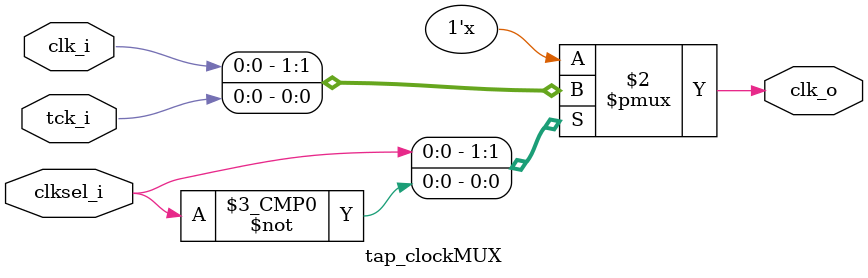
<source format=sv>
/*
    File name: tap_clockMUX.sv
    Description: Selecting chip clock or test clock for internal logic.
                No testbench present nor in module used...
                TODO: Remove module if deemed unnecessary.
    Author: Marko Gjorgjievski
    Date created: 26.04.2025
*/

module tap_clockMUX(
    input logic clk_i,
    input logic tck_i,
    input logic clksel_i,
    output logic clk_o
    );
    
    always_comb begin 
        case (clksel_i)
            2'b1:       clk_o = clk_i; //sel_i = 00 not defined, so write to bypass if it occurs
            2'b0:       clk_o = tck_i;
            default:    clk_o = 0;
        endcase;
    end

endmodule

</source>
